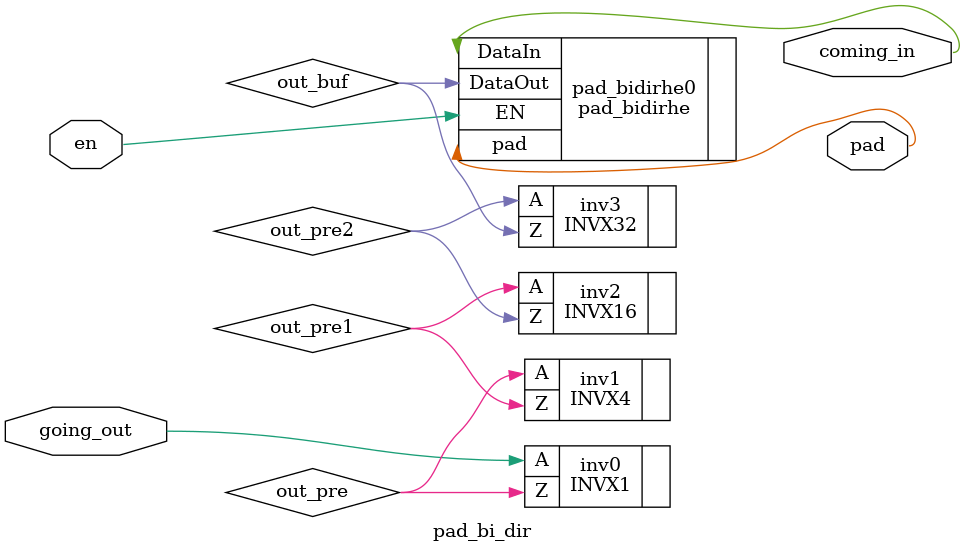
<source format=v>
`timescale 1ns / 1ps
module pad_bi_dir(
	input going_out, // signal going out of chip - yes this is an input to this module
	output pad,
	input en,
	output coming_in);  // signal going into chip to be read by i2c module

wire out_pre, out_pre1, out_pre2, out_buf;

INVX1 inv0 (.A(going_out), .Z(out_pre));
INVX4 inv1 (.A(out_pre), .Z(out_pre1));
INVX16 inv2 (.A(out_pre1), .Z(out_pre2));
INVX32 inv3 (.A(out_pre2), .Z(out_buf));
pad_bidirhe pad_bidirhe0(.EN(en), .DataOut(out_buf), .DataIn(coming_in), .pad(pad));

endmodule 





</source>
